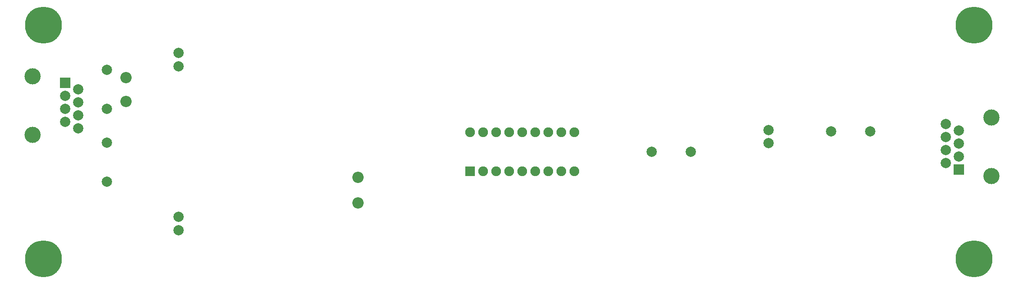
<source format=gbs>
%FSLAX24Y24*%
%MOIN*%
G70*
G01*
G75*
G04 Layer_Color=16711935*
%ADD10C,0.0276*%
%ADD11C,0.0394*%
%ADD12R,0.0669X0.0669*%
%ADD13C,0.0669*%
%ADD14C,0.2756*%
%ADD15C,0.0709*%
%ADD16R,0.0709X0.0709*%
%ADD17C,0.1161*%
%ADD18C,0.0787*%
%ADD19C,0.0079*%
%ADD20C,0.0100*%
%ADD21C,0.0039*%
%ADD22C,0.0030*%
%ADD23R,0.0749X0.0749*%
%ADD24C,0.0749*%
%ADD25C,0.2836*%
%ADD26C,0.0789*%
%ADD27R,0.0789X0.0789*%
%ADD28C,0.1241*%
%ADD29C,0.0867*%
D23*
X35390Y8795D02*
D03*
D24*
X36390D02*
D03*
X37390D02*
D03*
X38390D02*
D03*
X39390D02*
D03*
X40390D02*
D03*
X41390D02*
D03*
X42390D02*
D03*
X43390D02*
D03*
X35390Y11795D02*
D03*
X36390D02*
D03*
X37390D02*
D03*
X38390D02*
D03*
X39390D02*
D03*
X40390D02*
D03*
X41390D02*
D03*
X42390D02*
D03*
X43390D02*
D03*
D25*
X74036Y2067D02*
D03*
Y20020D02*
D03*
X2658D02*
D03*
Y2067D02*
D03*
D26*
X5307Y12089D02*
D03*
Y15089D02*
D03*
X4307Y12589D02*
D03*
X5307Y13089D02*
D03*
Y14089D02*
D03*
X4307Y13589D02*
D03*
Y14589D02*
D03*
X7500Y11008D02*
D03*
Y8008D02*
D03*
Y13596D02*
D03*
Y16596D02*
D03*
X58297Y10955D02*
D03*
Y11978D02*
D03*
X13022Y4262D02*
D03*
Y5285D02*
D03*
X13022Y16860D02*
D03*
Y17884D02*
D03*
X71898Y12439D02*
D03*
Y9439D02*
D03*
X72898Y11939D02*
D03*
X71898Y11439D02*
D03*
Y10439D02*
D03*
X72898Y10939D02*
D03*
Y9939D02*
D03*
X52307Y10295D02*
D03*
X49307D02*
D03*
X63087Y11870D02*
D03*
X66087D02*
D03*
D27*
X4307Y15589D02*
D03*
X72898Y8939D02*
D03*
D28*
X1807Y16089D02*
D03*
Y11589D02*
D03*
X75398Y8439D02*
D03*
Y12939D02*
D03*
D29*
X26791Y6358D02*
D03*
Y8327D02*
D03*
X8996Y15984D02*
D03*
Y14154D02*
D03*
M02*

</source>
